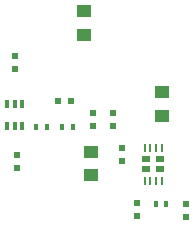
<source format=gtp>
G04 #@! TF.FileFunction,Paste,Top*
%FSLAX46Y46*%
G04 Gerber Fmt 4.6, Leading zero omitted, Abs format (unit mm)*
G04 Created by KiCad (PCBNEW 4.0.2-stable) date Sun Mar 13 22:40:22 2016*
%MOMM*%
G01*
G04 APERTURE LIST*
%ADD10C,0.100000*%
%ADD11R,0.500000X0.600000*%
%ADD12R,1.250000X1.000000*%
%ADD13R,0.600000X0.500000*%
%ADD14R,0.400000X0.600000*%
%ADD15R,0.398780X0.749300*%
%ADD16R,0.250000X0.700000*%
%ADD17R,0.714000X0.498000*%
G04 APERTURE END LIST*
D10*
D11*
X148400000Y-101350000D03*
X148400000Y-100250000D03*
X156700000Y-105000000D03*
X156700000Y-106100000D03*
D12*
X154900000Y-110300000D03*
X154900000Y-108300000D03*
D11*
X155000000Y-105000000D03*
X155000000Y-106100000D03*
D13*
X152100000Y-104000000D03*
X153200000Y-104000000D03*
D12*
X160900000Y-103300000D03*
X160900000Y-105300000D03*
D11*
X157500000Y-109100000D03*
X157500000Y-108000000D03*
X148600000Y-109700000D03*
X148600000Y-108600000D03*
X158750000Y-113750000D03*
X158750000Y-112650000D03*
D12*
X154300000Y-98400000D03*
X154300000Y-96400000D03*
D11*
X162875000Y-113850000D03*
X162875000Y-112750000D03*
D14*
X153300000Y-106200000D03*
X152400000Y-106200000D03*
X151100000Y-106200000D03*
X150200000Y-106200000D03*
X161250000Y-112750000D03*
X160350000Y-112750000D03*
D15*
X149050240Y-104250040D03*
X148400000Y-104250040D03*
X147749760Y-104250040D03*
X147749760Y-106149960D03*
X148400000Y-106149960D03*
X149050240Y-106149960D03*
D16*
X160895000Y-107965000D03*
X160395000Y-107965000D03*
X159895000Y-107965000D03*
X159395000Y-107965000D03*
X159395000Y-110765000D03*
X159895000Y-110765000D03*
X160395000Y-110765000D03*
X160895000Y-110765000D03*
D17*
X159550000Y-109780000D03*
X160740000Y-109780000D03*
X159550000Y-108950000D03*
X160740000Y-108950000D03*
M02*

</source>
